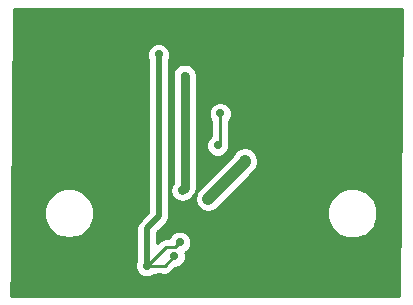
<source format=gbl>
G04 #@! TF.FileFunction,Copper,L2,Bot,Signal*
%FSLAX46Y46*%
G04 Gerber Fmt 4.6, Leading zero omitted, Abs format (unit mm)*
G04 Created by KiCad (PCBNEW 4.0.6-e0-6349~53~ubuntu16.04.1) date Sat Jul 29 16:27:28 2017*
%MOMM*%
%LPD*%
G01*
G04 APERTURE LIST*
%ADD10C,0.150000*%
%ADD11C,0.600000*%
%ADD12C,0.700000*%
%ADD13C,1.000000*%
%ADD14C,0.700000*%
%ADD15C,0.500000*%
%ADD16C,0.250000*%
%ADD17C,0.800000*%
%ADD18C,0.254000*%
G04 APERTURE END LIST*
D10*
D11*
X165600000Y-107500000D03*
X165600000Y-106500000D03*
X165600000Y-105500000D03*
X165600000Y-104500000D03*
X155500000Y-108500000D03*
X156500000Y-108500000D03*
X155500000Y-109500000D03*
X156500000Y-109500000D03*
X142600000Y-114500000D03*
X142600000Y-115500000D03*
X142600000Y-113400000D03*
X136300000Y-94300000D03*
X137300000Y-94300000D03*
X138300000Y-94300000D03*
X139300000Y-94300000D03*
X140300000Y-94300000D03*
X136300000Y-95300000D03*
X137300000Y-95300000D03*
X138300000Y-95300000D03*
X139300000Y-95300000D03*
X136300000Y-96300000D03*
X137300000Y-96300000D03*
X138300000Y-96300000D03*
X136300000Y-97300000D03*
X137300000Y-97300000D03*
X138300000Y-97300000D03*
X136300000Y-102500000D03*
X136300000Y-101500000D03*
X136300000Y-100500000D03*
X136300000Y-99500000D03*
X136300000Y-98500000D03*
X136300000Y-103500000D03*
X136300000Y-104500000D03*
X136300000Y-105500000D03*
X136300000Y-106500000D03*
X136300000Y-107500000D03*
X136300000Y-108500000D03*
X136300000Y-109500000D03*
X136300000Y-110500000D03*
X136300000Y-111500000D03*
X136300000Y-112500000D03*
X136300000Y-113500000D03*
X136300000Y-114500000D03*
X136300000Y-115500000D03*
X137400000Y-105500000D03*
X137400000Y-106500000D03*
X137400000Y-107500000D03*
X137400000Y-108500000D03*
X137400000Y-109500000D03*
X137400000Y-110500000D03*
X137400000Y-111500000D03*
X137400000Y-112500000D03*
X137400000Y-113500000D03*
X137400000Y-114500000D03*
X137400000Y-115500000D03*
X140600000Y-106500000D03*
X139600000Y-105500000D03*
X138500000Y-113500000D03*
X138500000Y-107500000D03*
X138600000Y-105500000D03*
X140500000Y-104400000D03*
X139500000Y-107500000D03*
X140600000Y-107500000D03*
X140500000Y-105600000D03*
X139600000Y-104400000D03*
X157500000Y-112500000D03*
X158500000Y-112500000D03*
X159500000Y-112500000D03*
X160500000Y-112500000D03*
X161500000Y-112500000D03*
X157500000Y-113500000D03*
X158500000Y-113500000D03*
X159500000Y-113500000D03*
X160500000Y-113500000D03*
X161500000Y-113500000D03*
X157500000Y-114600000D03*
X158500000Y-114600000D03*
X159500000Y-114600000D03*
X160500000Y-114500000D03*
X161500000Y-114500000D03*
X157500000Y-115600000D03*
X158500000Y-115600000D03*
X159500000Y-115600000D03*
X160500000Y-115500000D03*
X161500000Y-115500000D03*
X139300000Y-102500000D03*
X138300000Y-102500000D03*
X137300000Y-102500000D03*
X139300000Y-101500000D03*
X138300000Y-101500000D03*
X137300000Y-101500000D03*
X139300000Y-100500000D03*
X138300000Y-100500000D03*
X137300000Y-100500000D03*
X139300000Y-99500000D03*
X138300000Y-99500000D03*
X137300000Y-99500000D03*
X139300000Y-98500000D03*
X138300000Y-98500000D03*
X137300000Y-98500000D03*
X139300000Y-97300000D03*
X139300000Y-96300000D03*
X140300000Y-96300000D03*
X140300000Y-97300000D03*
X140300000Y-98500000D03*
X140300000Y-99500000D03*
X140300000Y-100500000D03*
X140300000Y-101500000D03*
X140300000Y-102500000D03*
X140300000Y-95300000D03*
X143300000Y-95300000D03*
X143300000Y-97300000D03*
X143300000Y-96300000D03*
X142300000Y-96300000D03*
X142300000Y-97300000D03*
X141300000Y-97300000D03*
X141300000Y-96300000D03*
X142300000Y-95300000D03*
X141300000Y-95300000D03*
X143300000Y-94300000D03*
X142300000Y-94300000D03*
X141300000Y-94300000D03*
X137400000Y-104600000D03*
X137400000Y-103600000D03*
X138600000Y-106500000D03*
X138400000Y-103600000D03*
X139600000Y-108500000D03*
X139500000Y-106500000D03*
X138500000Y-109500000D03*
X138500000Y-108500000D03*
X140600000Y-108500000D03*
X138700000Y-104400000D03*
X139600000Y-103600000D03*
X140600000Y-113400000D03*
X139600000Y-113400000D03*
X141600000Y-113400000D03*
X141600000Y-115500000D03*
X140600000Y-115500000D03*
X139600000Y-115500000D03*
X141600000Y-114500000D03*
X140600000Y-114500000D03*
X139600000Y-114500000D03*
X138500000Y-115500000D03*
X138500000Y-114500000D03*
X138500000Y-116600000D03*
X138500000Y-117600000D03*
X139600000Y-116600000D03*
X140600000Y-116600000D03*
X141600000Y-116600000D03*
X139600000Y-117600000D03*
X140600000Y-117600000D03*
X141600000Y-117600000D03*
X146700000Y-117600000D03*
X137400000Y-117600000D03*
X137400000Y-116600000D03*
X136300000Y-117600000D03*
X136300000Y-116600000D03*
X147700000Y-116600000D03*
X147700000Y-117600000D03*
X148700000Y-117600000D03*
X161500000Y-117600000D03*
X160500000Y-117600000D03*
X159500000Y-117700000D03*
X158500000Y-117700000D03*
X157500000Y-117700000D03*
X161500000Y-116600000D03*
X160500000Y-116600000D03*
X159500000Y-116700000D03*
X158500000Y-116700000D03*
X157500000Y-116700000D03*
X162600000Y-116600000D03*
X163600000Y-116600000D03*
X164600000Y-116600000D03*
X162600000Y-117600000D03*
X163600000Y-117600000D03*
X164600000Y-117600000D03*
X164600000Y-115500000D03*
X163600000Y-115500000D03*
X162600000Y-115500000D03*
X164600000Y-114500000D03*
X163600000Y-114500000D03*
X162600000Y-114500000D03*
X164600000Y-113500000D03*
X163600000Y-113500000D03*
X162600000Y-113500000D03*
X163600000Y-108500000D03*
X164600000Y-108500000D03*
X162600000Y-109500000D03*
X161500000Y-111500000D03*
X160500000Y-111500000D03*
X159500000Y-111500000D03*
X158500000Y-111500000D03*
X157500000Y-111500000D03*
X161500000Y-110500000D03*
X160500000Y-110500000D03*
X159500000Y-110500000D03*
X158500000Y-110500000D03*
X157500000Y-110500000D03*
X161500000Y-109500000D03*
X160500000Y-109500000D03*
X159500000Y-109500000D03*
X158500000Y-109500000D03*
X157500000Y-109500000D03*
X162600000Y-108600000D03*
X161500000Y-108500000D03*
X160500000Y-108500000D03*
X159500000Y-108500000D03*
X158500000Y-108500000D03*
X157500000Y-108500000D03*
X165600000Y-108600000D03*
X167600000Y-111500000D03*
X166600000Y-111500000D03*
X167600000Y-110500000D03*
X166600000Y-110500000D03*
X167600000Y-109500000D03*
X166600000Y-109500000D03*
X165600000Y-109500000D03*
X167600000Y-108600000D03*
X166600000Y-108600000D03*
X166600000Y-112500000D03*
X167600000Y-112500000D03*
X165600000Y-113500000D03*
X166600000Y-113500000D03*
X167600000Y-113500000D03*
X165600000Y-114500000D03*
X166600000Y-114500000D03*
X167600000Y-114500000D03*
X165600000Y-115500000D03*
X166600000Y-115500000D03*
X167600000Y-115500000D03*
X167600000Y-117600000D03*
X166600000Y-117600000D03*
X165600000Y-117600000D03*
X167600000Y-116600000D03*
X166600000Y-116600000D03*
X165600000Y-116600000D03*
X165600000Y-98300000D03*
X165600000Y-102400000D03*
X166600000Y-102400000D03*
X167600000Y-102400000D03*
X165600000Y-103400000D03*
X166600000Y-103400000D03*
X167600000Y-103400000D03*
X167600000Y-101300000D03*
X166600000Y-101300000D03*
X165600000Y-101300000D03*
X167600000Y-100300000D03*
X166600000Y-100300000D03*
X165600000Y-100300000D03*
X167600000Y-99300000D03*
X166600000Y-99300000D03*
X165600000Y-99300000D03*
X167600000Y-98300000D03*
X166600000Y-98300000D03*
X166600000Y-94300000D03*
X167600000Y-94300000D03*
X165600000Y-95300000D03*
X166600000Y-95300000D03*
X167600000Y-95300000D03*
X165600000Y-96300000D03*
X166600000Y-96300000D03*
X167600000Y-96300000D03*
X165600000Y-97300000D03*
X166600000Y-97300000D03*
X167600000Y-97300000D03*
X165600000Y-94300000D03*
X157500000Y-94300000D03*
X158500000Y-94300000D03*
X159500000Y-94300000D03*
X160500000Y-94300000D03*
X161500000Y-94300000D03*
X162600000Y-94300000D03*
X157500000Y-95300000D03*
X158500000Y-95300000D03*
X159500000Y-95300000D03*
X160500000Y-95300000D03*
X161500000Y-95300000D03*
X157500000Y-96300000D03*
X158500000Y-96300000D03*
X159500000Y-96300000D03*
X160500000Y-96300000D03*
X161500000Y-96300000D03*
X157500000Y-97300000D03*
X158500000Y-97300000D03*
X159500000Y-97300000D03*
X160500000Y-97300000D03*
X161500000Y-97300000D03*
X164600000Y-97300000D03*
X163600000Y-97300000D03*
X162600000Y-97300000D03*
X164600000Y-96300000D03*
X163600000Y-96300000D03*
X162600000Y-96300000D03*
X164600000Y-95300000D03*
X163600000Y-95300000D03*
X162600000Y-95300000D03*
X164600000Y-94300000D03*
X163600000Y-94300000D03*
X147300000Y-94300000D03*
X148300000Y-94300000D03*
X149300000Y-94300000D03*
X147300000Y-95300000D03*
X148300000Y-95300000D03*
X147300000Y-96300000D03*
X148300000Y-96300000D03*
X149300000Y-96300000D03*
X149300000Y-95300000D03*
X146300000Y-95300000D03*
X146300000Y-96300000D03*
X145300000Y-96300000D03*
X144300000Y-96300000D03*
X145300000Y-95300000D03*
X144300000Y-95300000D03*
X146300000Y-94300000D03*
X145300000Y-94300000D03*
X144300000Y-94300000D03*
X166600000Y-104500000D03*
X167600000Y-104500000D03*
X167600000Y-106600000D03*
X166600000Y-106600000D03*
X167600000Y-105600000D03*
X166600000Y-105600000D03*
X166600000Y-107600000D03*
X167600000Y-107600000D03*
X142600000Y-116600000D03*
X143600000Y-116600000D03*
X144600000Y-116600000D03*
X145600000Y-116600000D03*
X142600000Y-117600000D03*
X143600000Y-117600000D03*
X144600000Y-117600000D03*
X145600000Y-117600000D03*
D12*
X151800000Y-110000000D03*
X154900000Y-106800000D03*
X144300000Y-107300000D03*
X145600000Y-109600000D03*
X141700000Y-102500000D03*
X154400000Y-115900000D03*
X154300000Y-114900000D03*
X154500000Y-111800000D03*
X154200000Y-113800000D03*
X155000000Y-112900000D03*
X147600000Y-97800000D03*
X148900000Y-114900000D03*
X149400000Y-113700000D03*
X146600000Y-115700000D03*
X149600000Y-109300000D03*
X149800000Y-99600000D03*
X152800000Y-102800000D03*
X152600000Y-105500000D03*
D13*
X154900000Y-106800000D02*
X154900000Y-106900000D01*
X154900000Y-106900000D02*
X151800000Y-110000000D01*
D14*
X144200000Y-107300000D02*
X144200000Y-107200000D01*
X144300000Y-107300000D02*
X144200000Y-107300000D01*
D15*
X144200000Y-108200000D02*
X144200000Y-107200000D01*
X145600000Y-109600000D02*
X144200000Y-108200000D01*
D13*
X144200000Y-107200000D02*
X141700000Y-104700000D01*
X141700000Y-104700000D02*
X141700000Y-102500000D01*
D15*
X146600000Y-115700000D02*
X146600000Y-112500000D01*
X147600000Y-111500000D02*
X147600000Y-97800000D01*
X146600000Y-112500000D02*
X147600000Y-111500000D01*
D16*
X148100000Y-115700000D02*
X146600000Y-115700000D01*
X148900000Y-114900000D02*
X148100000Y-115700000D01*
X149400000Y-113700000D02*
X149000000Y-114100000D01*
X149000000Y-114100000D02*
X148200000Y-114100000D01*
X148200000Y-114100000D02*
X146600000Y-115700000D01*
D17*
X149600000Y-109300000D02*
X149800000Y-109100000D01*
X149800000Y-109100000D02*
X149800000Y-99600000D01*
D16*
X152800000Y-105300000D02*
X152800000Y-102800000D01*
X152600000Y-105500000D02*
X152800000Y-105300000D01*
D18*
G36*
X167974028Y-118273000D02*
X135128037Y-118273000D01*
X135147382Y-115893485D01*
X145622830Y-115893485D01*
X145771256Y-116252703D01*
X146045851Y-116527778D01*
X146404810Y-116676830D01*
X146793485Y-116677170D01*
X147152703Y-116528744D01*
X147229581Y-116452000D01*
X148100000Y-116452000D01*
X148387778Y-116394757D01*
X148631744Y-116231744D01*
X148986412Y-115877076D01*
X149093485Y-115877170D01*
X149452703Y-115728744D01*
X149727778Y-115454149D01*
X149876830Y-115095190D01*
X149877170Y-114706515D01*
X149825443Y-114581327D01*
X149952703Y-114528744D01*
X150227778Y-114254149D01*
X150376830Y-113895190D01*
X150377170Y-113506515D01*
X150228744Y-113147297D01*
X149954149Y-112872222D01*
X149595190Y-112723170D01*
X149206515Y-112722830D01*
X148847297Y-112871256D01*
X148572222Y-113145851D01*
X148488283Y-113348000D01*
X148200000Y-113348000D01*
X147912222Y-113405243D01*
X147814503Y-113470536D01*
X147668256Y-113568255D01*
X147477000Y-113759511D01*
X147477000Y-112863266D01*
X148220130Y-112120135D01*
X148220133Y-112120133D01*
X148410242Y-111835613D01*
X148439255Y-111689758D01*
X148442940Y-111671230D01*
X161872632Y-111671230D01*
X162195766Y-112453274D01*
X162793578Y-113052131D01*
X163575057Y-113376630D01*
X164421230Y-113377368D01*
X165203274Y-113054234D01*
X165802131Y-112456422D01*
X166126630Y-111674943D01*
X166127368Y-110828770D01*
X165804234Y-110046726D01*
X165206422Y-109447869D01*
X164424943Y-109123370D01*
X163578770Y-109122632D01*
X162796726Y-109445766D01*
X162197869Y-110043578D01*
X161873370Y-110825057D01*
X161872632Y-111671230D01*
X148442940Y-111671230D01*
X148477001Y-111500000D01*
X148477000Y-111499995D01*
X148477000Y-109300000D01*
X148573000Y-109300000D01*
X148651176Y-109693016D01*
X148873801Y-110026199D01*
X149206984Y-110248824D01*
X149600000Y-110327000D01*
X149993016Y-110248824D01*
X150326199Y-110026199D01*
X150352397Y-110000000D01*
X150673000Y-110000000D01*
X150758788Y-110431284D01*
X151003091Y-110796909D01*
X151368716Y-111041212D01*
X151800000Y-111127000D01*
X152231284Y-111041212D01*
X152596909Y-110796909D01*
X155696909Y-107696909D01*
X155941212Y-107331284D01*
X156008065Y-106995190D01*
X156027000Y-106900000D01*
X156027000Y-106800000D01*
X155941212Y-106368716D01*
X155696909Y-106003091D01*
X155331284Y-105758788D01*
X154900000Y-105673000D01*
X154468716Y-105758788D01*
X154103091Y-106003091D01*
X153901724Y-106304458D01*
X151003091Y-109203091D01*
X150758788Y-109568716D01*
X150673000Y-110000000D01*
X150352397Y-110000000D01*
X150526196Y-109826201D01*
X150526199Y-109826199D01*
X150748824Y-109493016D01*
X150761794Y-109427809D01*
X150827001Y-109100000D01*
X150827000Y-109099995D01*
X150827000Y-105693485D01*
X151622830Y-105693485D01*
X151771256Y-106052703D01*
X152045851Y-106327778D01*
X152404810Y-106476830D01*
X152793485Y-106477170D01*
X153152703Y-106328744D01*
X153427778Y-106054149D01*
X153576830Y-105695190D01*
X153577170Y-105306515D01*
X153552000Y-105245599D01*
X153552000Y-103429795D01*
X153627778Y-103354149D01*
X153776830Y-102995190D01*
X153777170Y-102606515D01*
X153628744Y-102247297D01*
X153354149Y-101972222D01*
X152995190Y-101823170D01*
X152606515Y-101822830D01*
X152247297Y-101971256D01*
X151972222Y-102245851D01*
X151823170Y-102604810D01*
X151822830Y-102993485D01*
X151971256Y-103352703D01*
X152048000Y-103429581D01*
X152048000Y-104670966D01*
X152047297Y-104671256D01*
X151772222Y-104945851D01*
X151623170Y-105304810D01*
X151622830Y-105693485D01*
X150827000Y-105693485D01*
X150827000Y-99600000D01*
X150748824Y-99206984D01*
X150526199Y-98873801D01*
X150193016Y-98651176D01*
X149800000Y-98573000D01*
X149406984Y-98651176D01*
X149073801Y-98873801D01*
X148851176Y-99206984D01*
X148773000Y-99600000D01*
X148773000Y-108724661D01*
X148651176Y-108906984D01*
X148573000Y-109300000D01*
X148477000Y-109300000D01*
X148477000Y-98235609D01*
X148576830Y-97995190D01*
X148577170Y-97606515D01*
X148428744Y-97247297D01*
X148154149Y-96972222D01*
X147795190Y-96823170D01*
X147406515Y-96822830D01*
X147047297Y-96971256D01*
X146772222Y-97245851D01*
X146623170Y-97604810D01*
X146622830Y-97993485D01*
X146723000Y-98235915D01*
X146723000Y-111136735D01*
X145979867Y-111879867D01*
X145789758Y-112164387D01*
X145723000Y-112500000D01*
X145723000Y-115264391D01*
X145623170Y-115504810D01*
X145622830Y-115893485D01*
X135147382Y-115893485D01*
X135181709Y-111671230D01*
X137872632Y-111671230D01*
X138195766Y-112453274D01*
X138793578Y-113052131D01*
X139575057Y-113376630D01*
X140421230Y-113377368D01*
X141203274Y-113054234D01*
X141802131Y-112456422D01*
X142126630Y-111674943D01*
X142127368Y-110828770D01*
X141804234Y-110046726D01*
X141206422Y-109447869D01*
X140424943Y-109123370D01*
X139578770Y-109122632D01*
X138796726Y-109445766D01*
X138197869Y-110043578D01*
X137873370Y-110825057D01*
X137872632Y-111671230D01*
X135181709Y-111671230D01*
X135325972Y-93927000D01*
X168171963Y-93927000D01*
X167974028Y-118273000D01*
X167974028Y-118273000D01*
G37*
X167974028Y-118273000D02*
X135128037Y-118273000D01*
X135147382Y-115893485D01*
X145622830Y-115893485D01*
X145771256Y-116252703D01*
X146045851Y-116527778D01*
X146404810Y-116676830D01*
X146793485Y-116677170D01*
X147152703Y-116528744D01*
X147229581Y-116452000D01*
X148100000Y-116452000D01*
X148387778Y-116394757D01*
X148631744Y-116231744D01*
X148986412Y-115877076D01*
X149093485Y-115877170D01*
X149452703Y-115728744D01*
X149727778Y-115454149D01*
X149876830Y-115095190D01*
X149877170Y-114706515D01*
X149825443Y-114581327D01*
X149952703Y-114528744D01*
X150227778Y-114254149D01*
X150376830Y-113895190D01*
X150377170Y-113506515D01*
X150228744Y-113147297D01*
X149954149Y-112872222D01*
X149595190Y-112723170D01*
X149206515Y-112722830D01*
X148847297Y-112871256D01*
X148572222Y-113145851D01*
X148488283Y-113348000D01*
X148200000Y-113348000D01*
X147912222Y-113405243D01*
X147814503Y-113470536D01*
X147668256Y-113568255D01*
X147477000Y-113759511D01*
X147477000Y-112863266D01*
X148220130Y-112120135D01*
X148220133Y-112120133D01*
X148410242Y-111835613D01*
X148439255Y-111689758D01*
X148442940Y-111671230D01*
X161872632Y-111671230D01*
X162195766Y-112453274D01*
X162793578Y-113052131D01*
X163575057Y-113376630D01*
X164421230Y-113377368D01*
X165203274Y-113054234D01*
X165802131Y-112456422D01*
X166126630Y-111674943D01*
X166127368Y-110828770D01*
X165804234Y-110046726D01*
X165206422Y-109447869D01*
X164424943Y-109123370D01*
X163578770Y-109122632D01*
X162796726Y-109445766D01*
X162197869Y-110043578D01*
X161873370Y-110825057D01*
X161872632Y-111671230D01*
X148442940Y-111671230D01*
X148477001Y-111500000D01*
X148477000Y-111499995D01*
X148477000Y-109300000D01*
X148573000Y-109300000D01*
X148651176Y-109693016D01*
X148873801Y-110026199D01*
X149206984Y-110248824D01*
X149600000Y-110327000D01*
X149993016Y-110248824D01*
X150326199Y-110026199D01*
X150352397Y-110000000D01*
X150673000Y-110000000D01*
X150758788Y-110431284D01*
X151003091Y-110796909D01*
X151368716Y-111041212D01*
X151800000Y-111127000D01*
X152231284Y-111041212D01*
X152596909Y-110796909D01*
X155696909Y-107696909D01*
X155941212Y-107331284D01*
X156008065Y-106995190D01*
X156027000Y-106900000D01*
X156027000Y-106800000D01*
X155941212Y-106368716D01*
X155696909Y-106003091D01*
X155331284Y-105758788D01*
X154900000Y-105673000D01*
X154468716Y-105758788D01*
X154103091Y-106003091D01*
X153901724Y-106304458D01*
X151003091Y-109203091D01*
X150758788Y-109568716D01*
X150673000Y-110000000D01*
X150352397Y-110000000D01*
X150526196Y-109826201D01*
X150526199Y-109826199D01*
X150748824Y-109493016D01*
X150761794Y-109427809D01*
X150827001Y-109100000D01*
X150827000Y-109099995D01*
X150827000Y-105693485D01*
X151622830Y-105693485D01*
X151771256Y-106052703D01*
X152045851Y-106327778D01*
X152404810Y-106476830D01*
X152793485Y-106477170D01*
X153152703Y-106328744D01*
X153427778Y-106054149D01*
X153576830Y-105695190D01*
X153577170Y-105306515D01*
X153552000Y-105245599D01*
X153552000Y-103429795D01*
X153627778Y-103354149D01*
X153776830Y-102995190D01*
X153777170Y-102606515D01*
X153628744Y-102247297D01*
X153354149Y-101972222D01*
X152995190Y-101823170D01*
X152606515Y-101822830D01*
X152247297Y-101971256D01*
X151972222Y-102245851D01*
X151823170Y-102604810D01*
X151822830Y-102993485D01*
X151971256Y-103352703D01*
X152048000Y-103429581D01*
X152048000Y-104670966D01*
X152047297Y-104671256D01*
X151772222Y-104945851D01*
X151623170Y-105304810D01*
X151622830Y-105693485D01*
X150827000Y-105693485D01*
X150827000Y-99600000D01*
X150748824Y-99206984D01*
X150526199Y-98873801D01*
X150193016Y-98651176D01*
X149800000Y-98573000D01*
X149406984Y-98651176D01*
X149073801Y-98873801D01*
X148851176Y-99206984D01*
X148773000Y-99600000D01*
X148773000Y-108724661D01*
X148651176Y-108906984D01*
X148573000Y-109300000D01*
X148477000Y-109300000D01*
X148477000Y-98235609D01*
X148576830Y-97995190D01*
X148577170Y-97606515D01*
X148428744Y-97247297D01*
X148154149Y-96972222D01*
X147795190Y-96823170D01*
X147406515Y-96822830D01*
X147047297Y-96971256D01*
X146772222Y-97245851D01*
X146623170Y-97604810D01*
X146622830Y-97993485D01*
X146723000Y-98235915D01*
X146723000Y-111136735D01*
X145979867Y-111879867D01*
X145789758Y-112164387D01*
X145723000Y-112500000D01*
X145723000Y-115264391D01*
X145623170Y-115504810D01*
X145622830Y-115893485D01*
X135147382Y-115893485D01*
X135181709Y-111671230D01*
X137872632Y-111671230D01*
X138195766Y-112453274D01*
X138793578Y-113052131D01*
X139575057Y-113376630D01*
X140421230Y-113377368D01*
X141203274Y-113054234D01*
X141802131Y-112456422D01*
X142126630Y-111674943D01*
X142127368Y-110828770D01*
X141804234Y-110046726D01*
X141206422Y-109447869D01*
X140424943Y-109123370D01*
X139578770Y-109122632D01*
X138796726Y-109445766D01*
X138197869Y-110043578D01*
X137873370Y-110825057D01*
X137872632Y-111671230D01*
X135181709Y-111671230D01*
X135325972Y-93927000D01*
X168171963Y-93927000D01*
X167974028Y-118273000D01*
M02*

</source>
